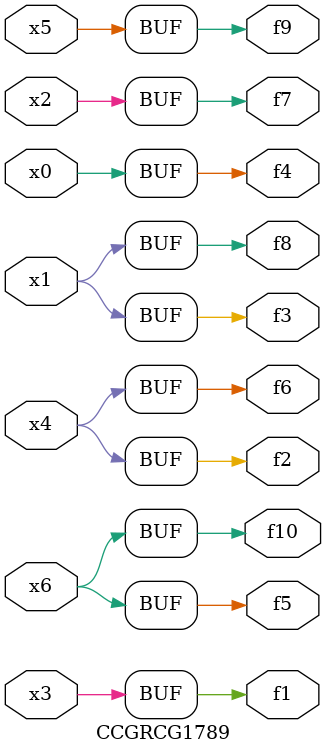
<source format=v>
module CCGRCG1789(
	input x0, x1, x2, x3, x4, x5, x6,
	output f1, f2, f3, f4, f5, f6, f7, f8, f9, f10
);
	assign f1 = x3;
	assign f2 = x4;
	assign f3 = x1;
	assign f4 = x0;
	assign f5 = x6;
	assign f6 = x4;
	assign f7 = x2;
	assign f8 = x1;
	assign f9 = x5;
	assign f10 = x6;
endmodule

</source>
